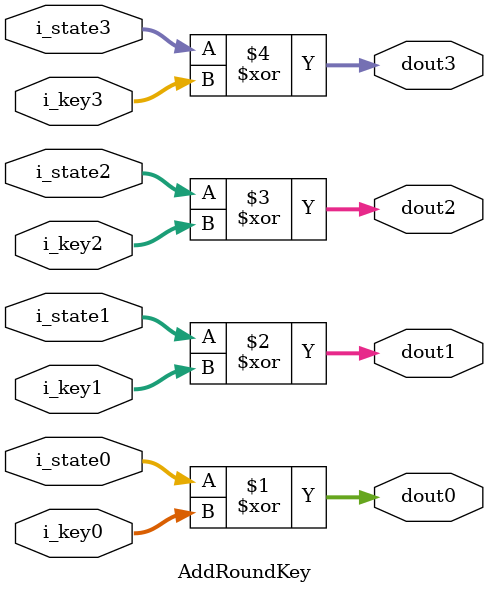
<source format=v>
`timescale 1ns / 1ps


module AddRoundKey #(
    parameter DATA_WIDTH=32
)
(
    input wire [DATA_WIDTH-1:0] i_state0,
    input wire [DATA_WIDTH-1:0] i_state1,
    input wire [DATA_WIDTH-1:0] i_state2,
    input wire [DATA_WIDTH-1:0] i_state3,
    input wire [DATA_WIDTH-1:0] i_key0,
    input wire [DATA_WIDTH-1:0] i_key1,
    input wire [DATA_WIDTH-1:0] i_key2,
    input wire [DATA_WIDTH-1:0] i_key3,

    output wire [DATA_WIDTH-1:0] dout0,
    output wire [DATA_WIDTH-1:0] dout1,
    output wire [DATA_WIDTH-1:0] dout2,
    output wire [DATA_WIDTH-1:0] dout3
);
    assign dout0 = i_state0 ^ i_key0;// column0
    assign dout1 = i_state1 ^ i_key1;// column1
    assign dout2 = i_state2 ^ i_key2;
    assign dout3 = i_state3 ^ i_key3;

endmodule

</source>
